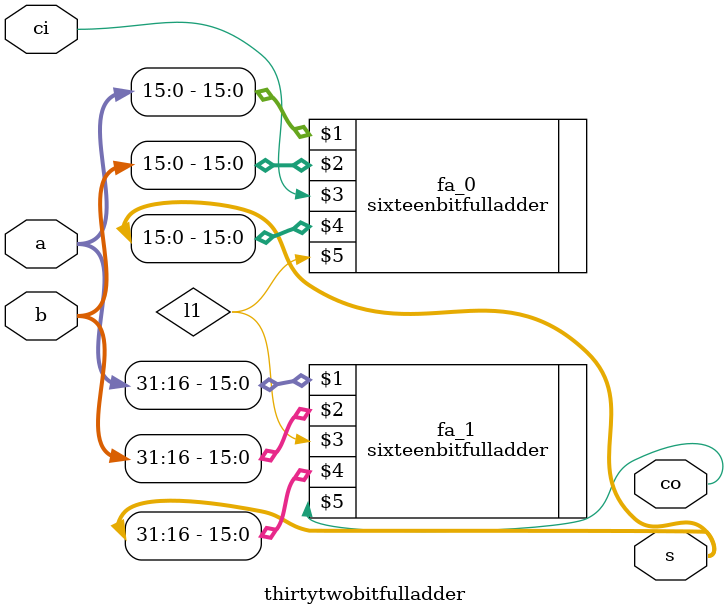
<source format=v>
`include "16_bit_full_adder.v"

module thirtytwobitfulladder (a, b, ci, s, co);
input [31:0] a, b;
input ci;

output [31:0] s;
output co;

wire l1;

sixteenbitfulladder fa_0 (a[15:0], b[15:0], ci, s[15:0], l1);
sixteenbitfulladder fa_1 (a[31:16], b[31:16], l1, s[31:16], co);

endmodule
</source>
